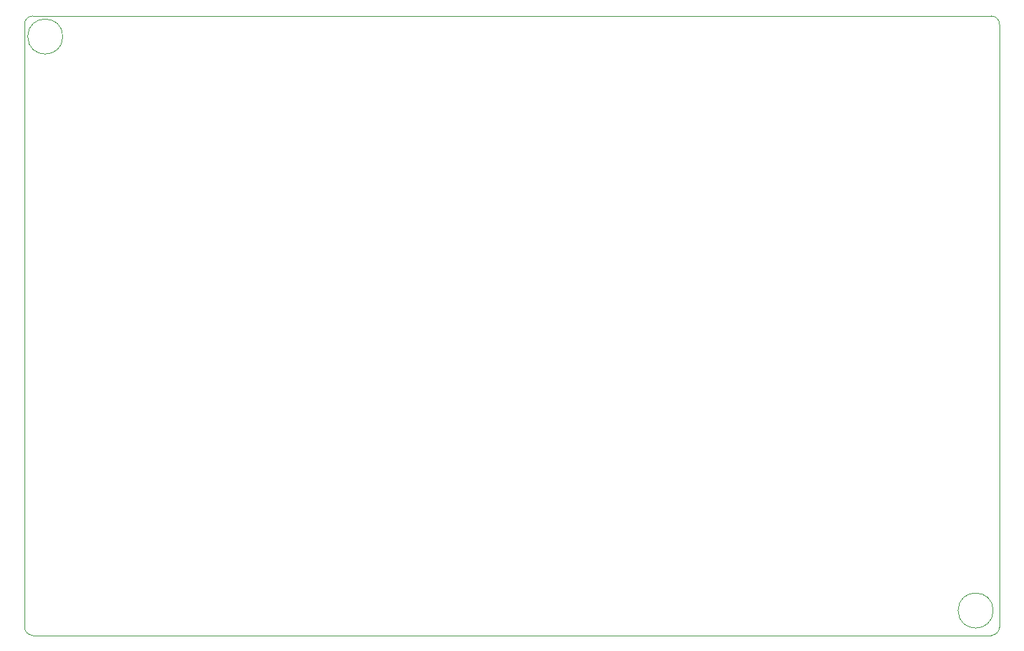
<source format=gm1>
%TF.GenerationSoftware,KiCad,Pcbnew,9.0.0*%
%TF.CreationDate,2025-07-05T08:14:35+06:00*%
%TF.ProjectId,uart,75617274-2e6b-4696-9361-645f70636258,rev?*%
%TF.SameCoordinates,Original*%
%TF.FileFunction,Profile,NP*%
%FSLAX46Y46*%
G04 Gerber Fmt 4.6, Leading zero omitted, Abs format (unit mm)*
G04 Created by KiCad (PCBNEW 9.0.0) date 2025-07-05 08:14:35*
%MOMM*%
%LPD*%
G01*
G04 APERTURE LIST*
%TA.AperFunction,Profile*%
%ADD10C,0.050000*%
%TD*%
G04 APERTURE END LIST*
D10*
X221000000Y-65500000D02*
G75*
G02*
X222000000Y-66500000I0J-1000000D01*
G01*
X108621320Y-68000000D02*
G75*
G02*
X104378680Y-68000000I-2121320J0D01*
G01*
X104378680Y-68000000D02*
G75*
G02*
X108621320Y-68000000I2121320J0D01*
G01*
X104000000Y-66500000D02*
G75*
G02*
X105000000Y-65500000I1000000J0D01*
G01*
X105000000Y-65500000D02*
X221000000Y-65500000D01*
X221242640Y-137500000D02*
G75*
G02*
X217000000Y-137500000I-2121320J0D01*
G01*
X217000000Y-137500000D02*
G75*
G02*
X221242640Y-137500000I2121320J0D01*
G01*
X222000000Y-66500000D02*
X222000000Y-139500000D01*
X221000000Y-140500000D02*
X105000000Y-140500000D01*
X105000000Y-140500000D02*
G75*
G02*
X104000000Y-139500000I0J1000000D01*
G01*
X222000000Y-139500000D02*
G75*
G02*
X221000000Y-140500000I-1000000J0D01*
G01*
X104000000Y-139500000D02*
X104000000Y-66500000D01*
M02*

</source>
